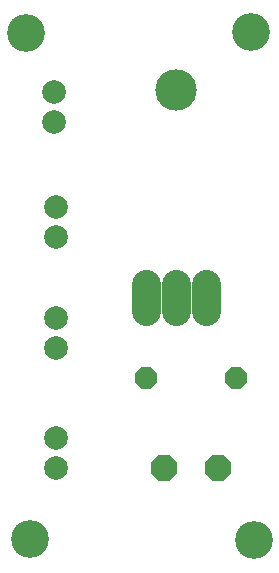
<source format=gbr>
G04 EAGLE Gerber RS-274X export*
G75*
%MOMM*%
%FSLAX34Y34*%
%LPD*%
%INSoldermask Bottom*%
%IPPOS*%
%AMOC8*
5,1,8,0,0,1.08239X$1,22.5*%
G01*
%ADD10C,3.203200*%
%ADD11C,2.438400*%
%ADD12C,3.505200*%
%ADD13P,1.979475X8X202.500000*%
%ADD14C,2.003200*%
%ADD15P,2.419358X8X202.500000*%


D10*
X-275590Y-377190D03*
X-86360Y-378460D03*
X-279400Y50800D03*
X-88900Y52070D03*
D11*
X-177800Y-161544D02*
X-177800Y-183896D01*
X-152400Y-183896D02*
X-152400Y-161544D01*
X-127000Y-161544D02*
X-127000Y-183896D01*
D12*
X-152400Y2540D03*
D13*
X-101600Y-241300D03*
X-177800Y-241300D03*
D14*
X-254000Y-292100D03*
X-254000Y-317500D03*
X-255270Y1270D03*
X-255270Y-24130D03*
D15*
X-116840Y-317500D03*
X-162560Y-317500D03*
D14*
X-254000Y-215900D03*
X-254000Y-190500D03*
X-254000Y-96520D03*
X-254000Y-121920D03*
M02*

</source>
